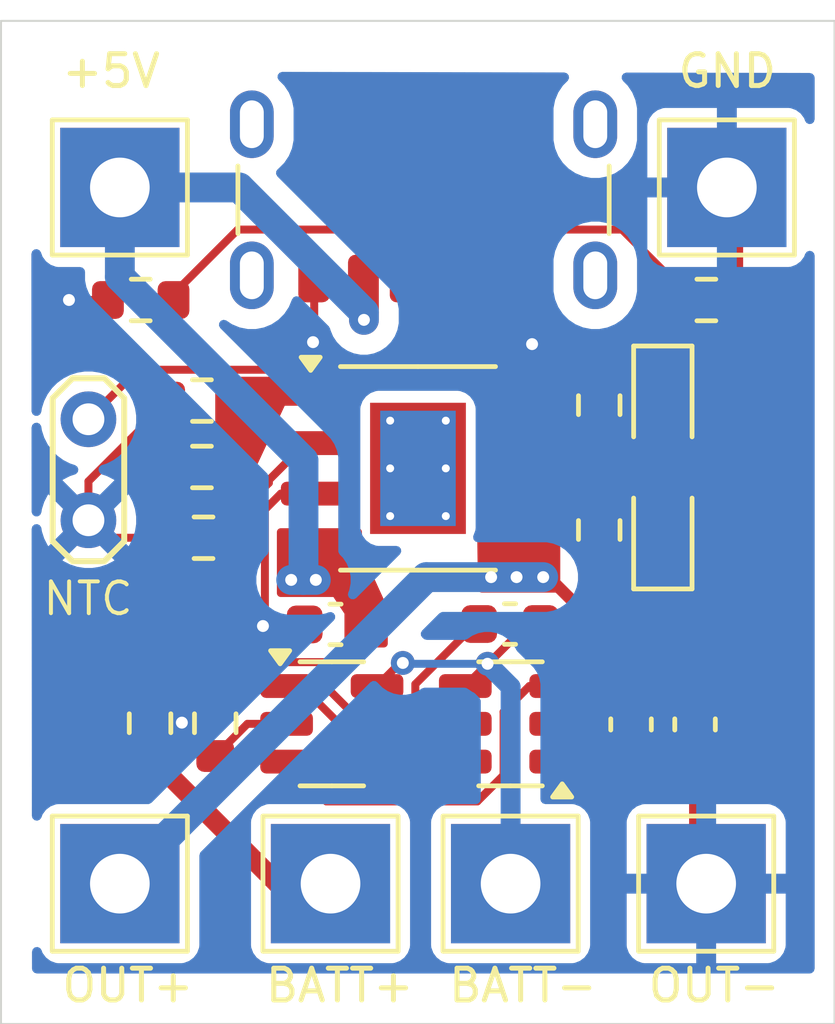
<source format=kicad_pcb>
(kicad_pcb (version 20241229) (generator "pcbnew") (generator_version "9.0")
  (layers (0 "F.Cu" signal) (2 "B.Cu" signal) (13 "F.Paste" user) (15 "B.Paste" user) (5 "F.SilkS" user "F.Silkscreen") (7 "B.SilkS" user "B.Silkscreen") (1 "F.Mask" user) (3 "B.Mask" user) (25 "Edge.Cuts" user))
  (net 0 "")
  (net 1 "+5V")
  (net 2 "GND")
  (net 3 "OUT+")
  (net 4 "Net-(U2-VCC)")
  (net 5 "BATT-")
  (net 6 "Net-(D1-K)")
  (net 7 "Net-(D2-K)")
  (net 8 "Net-(U1-~{STDBY})")
  (net 9 "Net-(U1-~{CHRG})")
  (net 10 "Net-(U1-PROG)")
  (net 11 "Net-(U1-TEMP)")
  (net 12 "Net-(U2-CS)")
  (net 13 "BATT+")
  (net 16 "OD")
  (net 17 "OC")
  (net 21 "Net-(J1-CC1)")
  (net 22 "Net-(J1-CC2)")
  (footprint "TestPoint:TestPoint_2Pads_Pitch2.54mm_Drill0.8mm" (layer "F.Cu") (at 119.23 97.79 -90)
    (property "Reference" "TH1" (hide yes))
    (property "Value" "Thermistor_NTC" (hide yes))
    (fp_line (start -0.53 0.9) (end -1.03 0.4) (stroke (width 0.15)) (layer "F.SilkS"))
    (fp_line (start 3.07 0.9) (end -0.53 0.9) (stroke (width 0.15)) (layer "F.SilkS"))
    (fp_line (start -1.03 0.4) (end -1.03 -0.4) (stroke (width 0.15)) (layer "F.SilkS"))
    (fp_line (start 3.57 0.4) (end 3.07 0.9) (stroke (width 0.15)) (layer "F.SilkS"))
    (fp_line (start -1.03 -0.4) (end -0.53 -0.9) (stroke (width 0.15)) (layer "F.SilkS"))
    (fp_line (start 3.57 -0.4) (end 3.57 0.4) (stroke (width 0.15)) (layer "F.SilkS"))
    (fp_line (start -0.53 -0.9) (end 3.07 -0.9) (stroke (width 0.15)) (layer "F.SilkS"))
    (fp_line (start 3.07 -0.9) (end 3.57 -0.4) (stroke (width 0.15)) (layer "F.SilkS"))
    (pad "1" thru_hole circle (at 0 0 270) (size 1.4 1.4) (drill 0.8) (layers "*.Cu" "*.Mask") (net 11 "Net-(U1-TEMP)"))
    (pad "2" thru_hole circle (at 2.54 0 270) (size 1.4 1.4) (drill 0.8) (layers "*.Cu" "*.Mask") (net 2 "GND"))
  )
  (footprint "TestPoint:TestPoint_THTPad_3.0x3.0mm_Drill1.5mm" (layer "F.Cu") (at 135.29 91.96)
    (property "Reference" "J6" (hide yes))
    (property "Value" "GND" (hide yes))
    (fp_line (start -1.7 -1.7) (end 1.7 -1.7) (stroke (width 0.12)) (layer "F.SilkS"))
    (fp_line (start -1.7 1.7) (end -1.7 -1.7) (stroke (width 0.12)) (layer "F.SilkS"))
    (fp_line (start 1.7 -1.7) (end 1.7 1.7) (stroke (width 0.12)) (layer "F.SilkS"))
    (fp_line (start 1.7 1.7) (end -1.7 1.7) (stroke (width 0.12)) (layer "F.SilkS"))
    (pad "1" thru_hole rect (at 0 0) (size 3 3) (drill 1.5) (layers "*.Cu" "*.Mask") (net 2 "GND"))
  )
  (footprint "Resistor_SMD:R_0603_1608Metric" (layer "F.Cu") (at 122.125 100.77 180)
    (property "Reference" "R3" (hide yes))
    (property "Value" "5k" (hide yes))
    (fp_line (start -0.237258 0.5225) (end 0.237258 0.5225) (stroke (width 0.12)) (layer "F.SilkS"))
    (fp_line (start -0.237258 -0.5225) (end 0.237258 -0.5225) (stroke (width 0.12)) (layer "F.SilkS"))
    (pad "1" smd roundrect (at -0.825 0 180) (size 0.8 0.95) (layers "F.Cu" "F.Mask" "F.Paste") (net 10 "Net-(U1-PROG)"))
    (pad "2" smd roundrect (at 0.825 0 180) (size 0.8 0.95) (layers "F.Cu" "F.Mask" "F.Paste") (net 2 "GND"))
  )
  (footprint "Resistor_SMD:R_0603_1608Metric" (layer "F.Cu") (at 122.085 98.99)
    (property "Reference" "R4" (hide yes))
    (property "Value" "5k" (hide yes))
    (fp_line (start -0.237258 -0.5225) (end 0.237258 -0.5225) (stroke (width 0.12)) (layer "F.SilkS"))
    (fp_line (start -0.237258 0.5225) (end 0.237258 0.5225) (stroke (width 0.12)) (layer "F.SilkS"))
    (pad "1" smd roundrect (at -0.825 0) (size 0.8 0.95) (layers "F.Cu" "F.Mask" "F.Paste") (net 1 "+5V"))
    (pad "2" smd roundrect (at 0.825 0) (size 0.8 0.95) (layers "F.Cu" "F.Mask" "F.Paste") (net 11 "Net-(U1-TEMP)"))
  )
  (footprint "TestPoint:TestPoint_THTPad_3.0x3.0mm_Drill1.5mm" (layer "F.Cu") (at 120.02 91.96)
    (property "Reference" "J2" (hide yes))
    (property "Value" "INPUT+" (hide yes))
    (fp_line (start -1.7 -1.7) (end 1.7 -1.7) (stroke (width 0.12)) (layer "F.SilkS"))
    (fp_line (start -1.7 1.7) (end -1.7 -1.7) (stroke (width 0.12)) (layer "F.SilkS"))
    (fp_line (start 1.7 -1.7) (end 1.7 1.7) (stroke (width 0.12)) (layer "F.SilkS"))
    (fp_line (start 1.7 1.7) (end -1.7 1.7) (stroke (width 0.12)) (layer "F.SilkS"))
    (pad "1" thru_hole rect (at 0 0) (size 3 3) (drill 1.5) (layers "*.Cu" "*.Mask") (net 1 "+5V"))
  )
  (footprint "Resistor_SMD:R_0603_1608Metric" (layer "F.Cu") (at 132.08 97.435 -90)
    (property "Reference" "R2" (hide yes))
    (property "Value" "1k" (hide yes))
    (fp_line (start -0.237258 0.5225) (end 0.237258 0.5225) (stroke (width 0.12)) (layer "F.SilkS"))
    (fp_line (start -0.237258 -0.5225) (end 0.237258 -0.5225) (stroke (width 0.12)) (layer "F.SilkS"))
    (pad "1" smd roundrect (at -0.825 0 270) (size 0.8 0.95) (layers "F.Cu" "F.Mask" "F.Paste") (net 6 "Net-(D1-K)"))
    (pad "2" smd roundrect (at 0.825 0 270) (size 0.8 0.95) (layers "F.Cu" "F.Mask" "F.Paste") (net 9 "Net-(U1-~{CHRG})"))
  )
  (footprint "Capacitor_SMD:C_0603_1608Metric" (layer "F.Cu") (at 132.88 105.465 -90)
    (property "Reference" "C2" (hide yes))
    (property "Value" "10u" (hide yes))
    (fp_line (start -0.14058 0.51) (end 0.14058 0.51) (stroke (width 0.12)) (layer "F.SilkS"))
    (fp_line (start -0.14058 -0.51) (end 0.14058 -0.51) (stroke (width 0.12)) (layer "F.SilkS"))
    (pad "1" smd roundrect (at -0.775 0 270) (size 0.9 0.95) (layers "F.Cu" "F.Mask" "F.Paste") (net 3 "OUT+"))
    (pad "2" smd roundrect (at 0.775 0 270) (size 0.9 0.95) (layers "F.Cu" "F.Mask" "F.Paste") (net 2 "GND"))
  )
  (footprint "Package_TO_SOT_SMD:SOT-23-6" (layer "F.Cu") (at 129.8475 105.45 180)
    (property "Reference" "U3" (hide yes))
    (property "Value" "FS8205A" (hide yes))
    (fp_line (start 0 1.56) (end 0.8 1.56) (stroke (width 0.12)) (layer "F.SilkS"))
    (fp_line (start 0 1.56) (end -0.8 1.56) (stroke (width 0.12)) (layer "F.SilkS"))
    (fp_line (start 0 -1.56) (end 0.8 -1.56) (stroke (width 0.12)) (layer "F.SilkS"))
    (fp_line (start 0 -1.56) (end -0.8 -1.56) (stroke (width 0.12)) (layer "F.SilkS"))
    (fp_poly (pts (xy -1.3 -1.51) (xy -1.54 -1.84) (xy -1.06 -1.84)) (stroke (width 0.12)) (fill yes) (layer "F.SilkS"))
    (pad "1" smd roundrect (at -1.1375 -0.95 180) (size 1.325 0.6) (layers "F.Cu" "F.Mask" "F.Paste") (net 2 "GND"))
    (pad "2" smd roundrect (at -1.1375 0 180) (size 1.325 0.6) (layers "F.Cu" "F.Mask" "F.Paste"))
    (pad "3" smd roundrect (at -1.1375 0.95 180) (size 1.325 0.6) (layers "F.Cu" "F.Mask" "F.Paste") (net 17 "OC"))
    (pad "4" smd roundrect (at 1.1375 0.95 180) (size 1.325 0.6) (layers "F.Cu" "F.Mask" "F.Paste") (net 5 "BATT-"))
    (pad "5" smd roundrect (at 1.1375 0 180) (size 1.325 0.6) (layers "F.Cu" "F.Mask" "F.Paste") (net 16 "OD"))
    (pad "6" smd roundrect (at 1.1375 -0.95 180) (size 1.325 0.6) (layers "F.Cu" "F.Mask" "F.Paste"))
  )
  (footprint "Resistor_SMD:R_0603_1608Metric" (layer "F.Cu") (at 120.78 105.435 90)
    (property "Reference" "R7" (hide yes))
    (property "Value" "100" (hide yes))
    (fp_line (start -0.237258 -0.5225) (end 0.237258 -0.5225) (stroke (width 0.12)) (layer "F.SilkS"))
    (fp_line (start -0.237258 0.5225) (end 0.237258 0.5225) (stroke (width 0.12)) (layer "F.SilkS"))
    (pad "1" smd roundrect (at -0.825 0 90) (size 0.8 0.95) (layers "F.Cu" "F.Mask" "F.Paste") (net 13 "BATT+"))
    (pad "2" smd roundrect (at 0.825 0 90) (size 0.8 0.95) (layers "F.Cu" "F.Mask" "F.Paste") (net 4 "Net-(U2-VCC)"))
  )
  (footprint "Resistor_SMD:R_0603_1608Metric" (layer "F.Cu") (at 132.08 100.575 90)
    (property "Reference" "R1" (hide yes))
    (property "Value" "1k" (hide yes))
    (fp_line (start -0.237258 -0.5225) (end 0.237258 -0.5225) (stroke (width 0.12)) (layer "F.SilkS"))
    (fp_line (start -0.237258 0.5225) (end 0.237258 0.5225) (stroke (width 0.12)) (layer "F.SilkS"))
    (pad "1" smd roundrect (at -0.825 0 90) (size 0.8 0.95) (layers "F.Cu" "F.Mask" "F.Paste") (net 7 "Net-(D2-K)"))
    (pad "2" smd roundrect (at 0.825 0 90) (size 0.8 0.95) (layers "F.Cu" "F.Mask" "F.Paste") (net 8 "Net-(U1-~{STDBY})"))
  )
  (footprint "TestPoint:TestPoint_THTPad_3.0x3.0mm_Drill1.5mm" (layer "F.Cu") (at 120.02 109.47)
    (property "Reference" "J3" (hide yes))
    (property "Value" "OUT+" (hide yes))
    (fp_line (start -1.7 -1.7) (end 1.7 -1.7) (stroke (width 0.12)) (layer "F.SilkS"))
    (fp_line (start -1.7 1.7) (end -1.7 -1.7) (stroke (width 0.12)) (layer "F.SilkS"))
    (fp_line (start 1.7 -1.7) (end 1.7 1.7) (stroke (width 0.12)) (layer "F.SilkS"))
    (fp_line (start 1.7 1.7) (end -1.7 1.7) (stroke (width 0.12)) (layer "F.SilkS"))
    (pad "1" thru_hole rect (at 0 0) (size 3 3) (drill 1.5) (layers "*.Cu" "*.Mask") (net 3 "OUT+"))
  )
  (footprint "Connector_USB:USB_C_Receptacle_GCT_USB4125-xx-x_6P_TopMnt_Horizontal" (layer "F.Cu") (at 127.66 91.17 180)
    (property "Reference" "J1" (hide yes))
    (property "Value" "USB_C_Receptacle_PowerOnly_6P" (hide yes))
    (fp_line (start 4.67 -0.25) (end 4.67 -1.95) (stroke (width 0.12)) (layer "F.SilkS"))
    (fp_line (start -4.67 -0.25) (end -4.67 -1.95) (stroke (width 0.12)) (layer "F.SilkS"))
    (pad "A5" smd roundrect (at -0.5 -3.08 180) (size 0.7 1.2) (layers "F.Cu" "F.Mask" "F.Paste") (net 21 "Net-(J1-CC1)"))
    (pad "A9" smd roundrect (at 1.52 -3.08) (size 0.76 1.2) (layers "F.Cu" "F.Mask" "F.Paste") (net 1 "+5V"))
    (pad "A12" smd roundrect (at 2.75 -3.08) (size 0.8 1.2) (layers "F.Cu" "F.Mask" "F.Paste") (net 2 "GND"))
    (pad "B5" smd roundrect (at 0.5 -3.08) (size 0.7 1.2) (layers "F.Cu" "F.Mask" "F.Paste") (net 22 "Net-(J1-CC2)"))
    (pad "B9" smd roundrect (at -1.52 -3.08 180) (size 0.76 1.2) (layers "F.Cu" "F.Mask" "F.Paste") (net 1 "+5V"))
    (pad "B12" smd roundrect (at -2.75 -3.08 180) (size 0.8 1.2) (layers "F.Cu" "F.Mask" "F.Paste") (net 2 "GND"))
    (pad "S1" thru_hole oval (at -4.32 -3 180) (size 1.1 1.7) (drill oval 0.6 1.2) (property pad_prop_heatsink) (layers "*.Cu" "*.Mask" "F.Paste"))
    (pad "S1" thru_hole oval (at -4.32 0.8 180) (size 1.1 1.7) (drill oval 0.6 1.2) (property pad_prop_heatsink) (layers "*.Cu" "*.Mask" "F.Paste"))
    (pad "S1" thru_hole oval (at 4.32 -3 180) (size 1.1 1.7) (drill oval 0.6 1.2) (property pad_prop_heatsink) (layers "*.Cu" "*.Mask" "F.Paste"))
    (pad "S1" thru_hole oval (at 4.32 0.8 180) (size 1.1 1.7) (drill oval 0.6 1.2) (property pad_prop_heatsink) (layers "*.Cu" "*.Mask" "F.Paste"))
  )
  (footprint "TestPoint:TestPoint_THTPad_3.0x3.0mm_Drill1.5mm" (layer "F.Cu") (at 125.32 109.47)
    (property "Reference" "J4" (hide yes))
    (property "Value" "BATT+" (hide yes))
    (fp_line (start -1.7 -1.7) (end 1.7 -1.7) (stroke (width 0.12)) (layer "F.SilkS"))
    (fp_line (start -1.7 1.7) (end -1.7 -1.7) (stroke (width 0.12)) (layer "F.SilkS"))
    (fp_line (start 1.7 -1.7) (end 1.7 1.7) (stroke (width 0.12)) (layer "F.SilkS"))
    (fp_line (start 1.7 1.7) (end -1.7 1.7) (stroke (width 0.12)) (layer "F.SilkS"))
    (pad "1" thru_hole rect (at 0 0) (size 3 3) (drill 1.5) (layers "*.Cu" "*.Mask") (net 13 "BATT+"))
  )
  (footprint "Resistor_SMD:R_0603_1608Metric" (layer "F.Cu") (at 122.42 105.435 90)
    (property "Reference" "R6" (hide yes))
    (property "Value" "1k" (hide yes))
    (fp_line (start -0.237258 -0.5225) (end 0.237258 -0.5225) (stroke (width 0.12)) (layer "F.SilkS"))
    (fp_line (start -0.237258 0.5225) (end 0.237258 0.5225) (stroke (width 0.12)) (layer "F.SilkS"))
    (pad "1" smd roundrect (at -0.825 0 90) (size 0.8 0.95) (layers "F.Cu" "F.Mask" "F.Paste") (net 12 "Net-(U2-CS)"))
    (pad "2" smd roundrect (at 0.825 0 90) (size 0.8 0.95) (layers "F.Cu" "F.Mask" "F.Paste") (net 2 "GND"))
  )
  (footprint "LED_SMD:LED_0603_1608Metric" (layer "F.Cu") (at 133.68 97.4325 -90)
    (property "Reference" "D1" (hide yes))
    (property "Value" "Red" (hide yes))
    (fp_line (start -1.485 0.735) (end 0.8 0.735) (stroke (width 0.12)) (layer "F.SilkS"))
    (fp_line (start -1.485 -0.735) (end -1.485 0.735) (stroke (width 0.12)) (layer "F.SilkS"))
    (fp_line (start 0.8 -0.735) (end -1.485 -0.735) (stroke (width 0.12)) (layer "F.SilkS"))
    (pad "1" smd roundrect (at -0.7875 0 270) (size 0.875 0.95) (layers "F.Cu" "F.Mask" "F.Paste") (net 6 "Net-(D1-K)"))
    (pad "2" smd roundrect (at 0.7875 0 270) (size 0.875 0.95) (layers "F.Cu" "F.Mask" "F.Paste") (net 1 "+5V"))
  )
  (footprint "Capacitor_SMD:C_0603_1608Metric" (layer "F.Cu") (at 125.445 102.95 180)
    (property "Reference" "C1" (hide yes))
    (property "Value" "0u1" (hide yes))
    (fp_line (start -0.14058 0.51) (end 0.14058 0.51) (stroke (width 0.12)) (layer "F.SilkS"))
    (fp_line (start -0.14058 -0.51) (end 0.14058 -0.51) (stroke (width 0.12)) (layer "F.SilkS"))
    (pad "1" smd roundrect (at -0.775 0 180) (size 0.9 0.95) (layers "F.Cu" "F.Mask" "F.Paste") (net 1 "+5V"))
    (pad "2" smd roundrect (at 0.775 0 180) (size 0.9 0.95) (layers "F.Cu" "F.Mask" "F.Paste") (net 2 "GND"))
  )
  (footprint "Resistor_SMD:R_0603_1608Metric" (layer "F.Cu") (at 134.775 94.79)
    (property "Reference" "R9" (hide yes))
    (property "Value" "5k1" (hide yes))
    (fp_line (start -0.237258 -0.5225) (end 0.237258 -0.5225) (stroke (width 0.12)) (layer "F.SilkS"))
    (fp_line (start -0.237258 0.5225) (end 0.237258 0.5225) (stroke (width 0.12)) (layer "F.SilkS"))
    (pad "1" smd roundrect (at -0.825 0) (size 0.8 0.95) (layers "F.Cu" "F.Mask" "F.Paste") (net 21 "Net-(J1-CC1)"))
    (pad "2" smd roundrect (at 0.825 0) (size 0.8 0.95) (layers "F.Cu" "F.Mask" "F.Paste") (net 2 "GND"))
  )
  (footprint "Capacitor_SMD:C_0603_1608Metric" (layer "F.Cu") (at 134.49 105.465 -90)
    (property "Reference" "C4" (hide yes))
    (property "Value" "10u" (hide yes))
    (fp_line (start -0.14058 0.51) (end 0.14058 0.51) (stroke (width 0.12)) (layer "F.SilkS"))
    (fp_line (start -0.14058 -0.51) (end 0.14058 -0.51) (stroke (width 0.12)) (layer "F.SilkS"))
    (pad "1" smd roundrect (at -0.775 0 270) (size 0.9 0.95) (layers "F.Cu" "F.Mask" "F.Paste") (net 3 "OUT+"))
    (pad "2" smd roundrect (at 0.775 0 270) (size 0.9 0.95) (layers "F.Cu" "F.Mask" "F.Paste") (net 2 "GND"))
  )
  (footprint "TestPoint:TestPoint_THTPad_3.0x3.0mm_Drill1.5mm" (layer "F.Cu") (at 134.77 109.47)
    (property "Reference" "J7" (hide yes))
    (property "Value" "GND" (hide yes))
    (fp_line (start -1.7 -1.7) (end 1.7 -1.7) (stroke (width 0.12)) (layer "F.SilkS"))
    (fp_line (start -1.7 1.7) (end -1.7 -1.7) (stroke (width 0.12)) (layer "F.SilkS"))
    (fp_line (start 1.7 -1.7) (end 1.7 1.7) (stroke (width 0.12)) (layer "F.SilkS"))
    (fp_line (start 1.7 1.7) (end -1.7 1.7) (stroke (width 0.12)) (layer "F.SilkS"))
    (pad "1" thru_hole rect (at 0 0) (size 3 3) (drill 1.5) (layers "*.Cu" "*.Mask") (net 2 "GND"))
  )
  (footprint "Resistor_SMD:R_0603_1608Metric" (layer "F.Cu") (at 120.545 94.79 180)
    (property "Reference" "R8" (hide yes))
    (property "Value" "5k1" (hide yes))
    (fp_line (start -0.237258 0.5225) (end 0.237258 0.5225) (stroke (width 0.12)) (layer "F.SilkS"))
    (fp_line (start -0.237258 -0.5225) (end 0.237258 -0.5225) (stroke (width 0.12)) (layer "F.SilkS"))
    (pad "1" smd roundrect (at -0.825 0 180) (size 0.8 0.95) (layers "F.Cu" "F.Mask" "F.Paste") (net 22 "Net-(J1-CC2)"))
    (pad "2" smd roundrect (at 0.825 0 180) (size 0.8 0.95) (layers "F.Cu" "F.Mask" "F.Paste") (net 2 "GND"))
  )
  (footprint "Capacitor_SMD:C_0603_1608Metric" (layer "F.Cu") (at 129.835 102.94)
    (property "Reference" "C3" (hide yes))
    (property "Value" "0u1" (hide yes))
    (fp_line (start -0.14058 -0.51) (end 0.14058 -0.51) (stroke (width 0.12)) (layer "F.SilkS"))
    (fp_line (start -0.14058 0.51) (end 0.14058 0.51) (stroke (width 0.12)) (layer "F.SilkS"))
    (pad "1" smd roundrect (at -0.775 0) (size 0.9 0.95) (layers "F.Cu" "F.Mask" "F.Paste") (net 4 "Net-(U2-VCC)"))
    (pad "2" smd roundrect (at 0.775 0) (size 0.9 0.95) (layers "F.Cu" "F.Mask" "F.Paste") (net 5 "BATT-"))
  )
  (footprint "Package_SO:SOIC-8-1EP_3.9x4.9mm_P1.27mm_EP2.41x3.3mm_ThermalVias" (layer "F.Cu") (at 127.52 99.025)
    (property "Reference" "U1" (hide yes))
    (property "Value" "TP4056-42-ESOP8" (hide yes))
    (fp_line (start 0 -2.56) (end -1.95 -2.56) (stroke (width 0.12)) (layer "F.SilkS"))
    (fp_line (start 0 -2.56) (end 1.95 -2.56) (stroke (width 0.12)) (layer "F.SilkS"))
    (fp_line (start 0 2.56) (end -1.95 2.56) (stroke (width 0.12)) (layer "F.SilkS"))
    (fp_line (start 0 2.56) (end 1.95 2.56) (stroke (width 0.12)) (layer "F.SilkS"))
    (fp_poly (pts (xy -2.7 -2.465) (xy -2.94 -2.795) (xy -2.46 -2.795)) (stroke (width 0.12)) (fill yes) (layer "F.SilkS"))
    (pad "1" smd roundrect (at -2.475 -1.905) (size 1.95 0.6) (layers "F.Cu" "F.Mask" "F.Paste") (net 11 "Net-(U1-TEMP)"))
    (pad "2" smd roundrect (at -2.475 -0.635) (size 1.95 0.6) (layers "F.Cu" "F.Mask" "F.Paste") (net 10 "Net-(U1-PROG)"))
    (pad "3" smd roundrect (at -2.475 0.635) (size 1.95 0.6) (layers "F.Cu" "F.Mask" "F.Paste") (net 2 "GND"))
    (pad "4" smd roundrect (at -2.475 1.905) (size 1.95 0.6) (layers "F.Cu" "F.Mask" "F.Paste") (net 1 "+5V"))
    (pad "5" smd roundrect (at 2.475 1.905) (size 1.95 0.6) (layers "F.Cu" "F.Mask" "F.Paste") (net 3 "OUT+"))
    (pad "6" smd roundrect (at 2.475 0.635) (size 1.95 0.6) (layers "F.Cu" "F.Mask" "F.Paste") (net 8 "Net-(U1-~{STDBY})"))
    (pad "7" smd roundrect (at 2.475 -0.635) (size 1.95 0.6) (layers "F.Cu" "F.Mask" "F.Paste") (net 9 "Net-(U1-~{CHRG})"))
    (pad "8" smd roundrect (at 2.475 -1.905) (size 1.95 0.6) (layers "F.Cu" "F.Mask" "F.Paste") (net 1 "+5V"))
    (pad "9" thru_hole circle (at -0.7 -1.2) (size 0.5 0.5) (drill 0.2) (property pad_prop_heatsink) (layers "*.Cu"))
    (pad "9" thru_hole circle (at -0.7 0) (size 0.5 0.5) (drill 0.2) (property pad_prop_heatsink) (layers "*.Cu"))
    (pad "9" thru_hole circle (at -0.7 1.2) (size 0.5 0.5) (drill 0.2) (property pad_prop_heatsink) (layers "*.Cu"))
    (pad "9" smd rect (at 0 0) (size 1.9 2.9) (property pad_prop_heatsink) (layers "B.Cu"))
    (pad "9" smd rect (at 0 0) (size 2.41 3.3) (property pad_prop_heatsink) (layers "F.Cu" "F.Mask"))
    (pad "9" thru_hole circle (at 0.7 -1.2) (size 0.5 0.5) (drill 0.2) (property pad_prop_heatsink) (layers "*.Cu"))
    (pad "9" thru_hole circle (at 0.7 0) (size 0.5 0.5) (drill 0.2) (property pad_prop_heatsink) (layers "*.Cu"))
    (pad "9" thru_hole circle (at 0.7 1.2) (size 0.5 0.5) (drill 0.2) (property pad_prop_heatsink) (layers "*.Cu"))
  )
  (footprint "Resistor_SMD:R_0603_1608Metric" (layer "F.Cu") (at 122.085 97.32 180)
    (property "Reference" "R5" (hide yes))
    (property "Value" "10k" (hide yes))
    (fp_line (start -0.237258 0.5225) (end 0.237258 0.5225) (stroke (width 0.12)) (layer "F.SilkS"))
    (fp_line (start -0.237258 -0.5225) (end 0.237258 -0.5225) (stroke (width 0.12)) (layer "F.SilkS"))
    (pad "1" smd roundrect (at -0.825 0 180) (size 0.8 0.95) (layers "F.Cu" "F.Mask" "F.Paste") (net 11 "Net-(U1-TEMP)"))
    (pad "2" smd roundrect (at 0.825 0 180) (size 0.8 0.95) (layers "F.Cu" "F.Mask" "F.Paste") (net 2 "GND"))
  )
  (footprint "LED_SMD:LED_0603_1608Metric" (layer "F.Cu") (at 133.68 100.5725 90)
    (property "Reference" "D2" (hide yes))
    (property "Value" "Green" (hide yes))
    (fp_line (start 0.8 -0.735) (end -1.485 -0.735) (stroke (width 0.12)) (layer "F.SilkS"))
    (fp_line (start -1.485 -0.735) (end -1.485 0.735) (stroke (width 0.12)) (layer "F.SilkS"))
    (fp_line (start -1.485 0.735) (end 0.8 0.735) (stroke (width 0.12)) (layer "F.SilkS"))
    (pad "1" smd roundrect (at -0.7875 0 90) (size 0.875 0.95) (layers "F.Cu" "F.Mask" "F.Paste") (net 7 "Net-(D2-K)"))
    (pad "2" smd roundrect (at 0.7875 0 90) (size 0.875 0.95) (layers "F.Cu" "F.Mask" "F.Paste") (net 1 "+5V"))
  )
  (footprint "Package_TO_SOT_SMD:SOT-23-6" (layer "F.Cu") (at 125.3525 105.45)
    (property "Reference" "U2" (hide yes))
    (property "Value" "DW01A" (hide yes))
    (fp_line (start 0 -1.56) (end -0.8 -1.56) (stroke (width 0.12)) (layer "F.SilkS"))
    (fp_line (start 0 -1.56) (end 0.8 -1.56) (stroke (width 0.12)) (layer "F.SilkS"))
    (fp_line (start 0 1.56) (end -0.8 1.56) (stroke (width 0.12)) (layer "F.SilkS"))
    (fp_line (start 0 1.56) (end 0.8 1.56) (stroke (width 0.12)) (layer "F.SilkS"))
    (fp_poly (pts (xy -1.3 -1.51) (xy -1.54 -1.84) (xy -1.06 -1.84)) (stroke (width 0.12)) (fill yes) (layer "F.SilkS"))
    (pad "1" smd roundrect (at -1.1375 -0.95) (size 1.325 0.6) (layers "F.Cu" "F.Mask" "F.Paste") (net 16 "OD"))
    (pad "2" smd roundrect (at -1.1375 0) (size 1.325 0.6) (layers "F.Cu" "F.Mask" "F.Paste") (net 12 "Net-(U2-CS)"))
    (pad "3" smd roundrect (at -1.1375 0.95) (size 1.325 0.6) (layers "F.Cu" "F.Mask" "F.Paste") (net 17 "OC"))
    (pad "4" smd roundrect (at 1.1375 0.95) (size 1.325 0.6) (layers "F.Cu" "F.Mask" "F.Paste"))
    (pad "5" smd roundrect (at 1.1375 0) (size 1.325 0.6) (layers "F.Cu" "F.Mask" "F.Paste") (net 4 "Net-(U2-VCC)"))
    (pad "6" smd roundrect (at 1.1375 -0.95) (size 1.325 0.6) (layers "F.Cu" "F.Mask" "F.Paste") (net 5 "BATT-"))
  )
  (footprint "TestPoint:TestPoint_THTPad_3.0x3.0mm_Drill1.5mm" (layer "F.Cu") (at 129.85 109.47)
    (property "Reference" "J5" (hide yes))
    (property "Value" "BATT-" (hide yes))
    (fp_line (start -1.7 -1.7) (end 1.7 -1.7) (stroke (width 0.12)) (layer "F.SilkS"))
    (fp_line (start -1.7 1.7) (end -1.7 -1.7) (stroke (width 0.12)) (layer "F.SilkS"))
    (fp_line (start 1.7 -1.7) (end 1.7 1.7) (stroke (width 0.12)) (layer "F.SilkS"))
    (fp_line (start 1.7 1.7) (end -1.7 1.7) (stroke (width 0.12)) (layer "F.SilkS"))
    (pad "1" thru_hole rect (at 0 0) (size 3 3) (drill 1.5) (layers "*.Cu" "*.Mask") (net 5 "BATT-"))
  )
  (gr_poly (pts (xy 125.77 102.65) (xy 125.77 103.43) (xy 126.66 103.43) (xy 126.66 102.56) (xy 126.02 101.16) (xy 126.01 100.64) (xy 126.01 100.63) (xy 124.07 100.63) (xy 124.07 102.16) (xy 125.445 102.16)) (stroke (width 0.2)) (fill yes) (layer "F.Cu") (net 1))
  (gr_poly (pts (xy 131 102.05) (xy 129.1286 102.05) (xy 129.109999 100.72) (xy 131 100.72)) (stroke (width 0.2)) (fill yes) (layer "F.Cu") (net 3))
  (gr_poly (pts (xy 125.93 96.82) (xy 122.52 96.82) (xy 122.52 99.46) (xy 123.12152 99.46) (xy 124.104118 97.35) (xy 125.93 97.35)) (stroke (width 0.2)) (fill yes) (layer "F.Cu") (net 11))
  (gr_rect (start 117.03 87.77) (end 138 113) (stroke (width 0.05)) (fill no) (layer "Edge.Cuts"))
  (gr_text "NTC" (at 118.03 102.77 0) (layer "F.SilkS") (effects (font (size 0.8 0.8) (thickness 0.1)) (justify left bottom)))
  (gr_text "BATT+" (at 123.62 112.5 0) (layer "F.SilkS") (effects (font (size 0.8 0.8) (thickness 0.125) (bold yes)) (justify left bottom)))
  (gr_text "OUT-" (at 133.25 112.5 0) (layer "F.SilkS") (effects (font (size 0.8 0.8) (thickness 0.125) (bold yes)) (justify left bottom)))
  (gr_text "+5V" (at 118.5 89.5 0) (layer "F.SilkS") (effects (font (size 0.8 0.8) (thickness 0.125) (bold yes)) (justify left bottom)))
  (gr_text "BATT-" (at 128.23 112.5 0) (layer "F.SilkS") (effects (font (size 0.8 0.8) (thickness 0.125) (bold yes)) (justify left bottom)))
  (gr_text "GND" (at 134 89.5 0) (layer "F.SilkS") (effects (font (size 0.8 0.8) (thickness 0.125) (bold yes)) (justify left bottom)))
  (gr_text "OUT+" (at 118.5 112.5 0) (layer "F.SilkS") (effects (font (size 0.8 0.8) (thickness 0.125) (bold yes)) (justify left bottom)))
  (segment (start 133.68 98.22) (end 132.969 97.509) (width 0.3) (layer "F.Cu") (net 1))
  (segment (start 126.16 94.27) (end 126.14 94.25) (width 0.75) (layer "F.Cu") (net 1))
  (segment (start 130.384 97.509) (end 129.995 97.12) (width 0.3) (layer "F.Cu") (net 1))
  (segment (start 129.18 94.25) (end 129.18 96.305) (width 0.5) (layer "F.Cu") (net 1))
  (segment (start 129.18 96.305) (end 129.995 97.12) (width 0.5) (layer "F.Cu") (net 1))
  (segment (start 133.68 99.785) (end 133.68 98.22) (width 0.3) (layer "F.Cu") (net 1))
  (segment (start 126.16 95.29) (end 126.16 94.27) (width 0.75) (layer "F.Cu") (net 1))
  (segment (start 132.969 97.509) (end 130.384 97.509) (width 0.3) (layer "F.Cu") (net 1))
  (via (at 126.16 95.29) (size 0.6) (drill 0.3) (layers "F.Cu" "B.Cu") (net 1))
  (via (at 124.95 101.83) (size 0.6) (drill 0.3) (layers "F.Cu" "B.Cu") (net 1))
  (via (at 124.33 101.83) (size 0.6) (drill 0.3) (layers "F.Cu" "B.Cu") (net 1))
  (segment (start 123.022404 91.96) (end 126.16 95.097596) (width 0.75) (layer "B.Cu") (net 1))
  (segment (start 120.02 91.96) (end 120.02 94.21) (width 0.75) (layer "B.Cu") (net 1))
  (segment (start 124.64 101.83) (end 124.33 101.83) (width 0.75) (layer "B.Cu") (net 1))
  (segment (start 124.64 98.83) (end 124.64 101.83) (width 0.75) (layer "B.Cu") (net 1))
  (segment (start 120.02 91.96) (end 123.022404 91.96) (width 0.75) (layer "B.Cu") (net 1))
  (segment (start 124.95 101.83) (end 124.64 101.83) (width 0.75) (layer "B.Cu") (net 1))
  (segment (start 126.16 95.097596) (end 126.16 95.29) (width 0.75) (layer "B.Cu") (net 1))
  (segment (start 120.02 94.21) (end 124.64 98.83) (width 0.75) (layer "B.Cu") (net 1))
  (segment (start 123.669 100.061001) (end 123.669 102.941) (width 0.2) (layer "F.Cu") (net 2))
  (segment (start 134.49 109.19) (end 134.77 109.47) (width 0.3) (layer "F.Cu") (net 2))
  (segment (start 134.49 106.24) (end 134.49 109.19) (width 0.3) (layer "F.Cu") (net 2))
  (segment (start 130.985 106.4) (end 134.33 106.4) (width 0.3) (layer "F.Cu") (net 2))
  (segment (start 124.67 102.95) (end 123.66 102.95) (width 0.3) (layer "F.Cu") (net 2))
  (segment (start 135.6 92.27) (end 135.29 91.96) (width 0.2) (layer "F.Cu") (net 2))
  (segment (start 119.23 99.35) (end 119.23 100.33) (width 0.2) (layer "F.Cu") (net 2))
  (segment (start 124.91 95.82) (end 124.88 95.85) (width 0.2) (layer "F.Cu") (net 2))
  (segment (start 119.67 100.77) (end 119.23 100.33) (width 0.2) (layer "F.Cu") (net 2))
  (segment (start 121.26 97.32) (end 119.23 99.35) (width 0.2) (layer "F.Cu") (net 2))
  (segment (start 124.91 94.25) (end 124.91 95.82) (width 0.2) (layer "F.Cu") (net 2))
  (segment (start 124.070001 99.66) (end 123.669 100.061001) (width 0.2) (layer "F.Cu") (net 2))
  (segment (start 122.42 104.61) (end 122.39 104.61) (width 0.3) (layer "F.Cu") (net 2))
  (segment (start 121.3 100.77) (end 119.67 100.77) (width 0.2) (layer "F.Cu") (net 2))
  (segment (start 123.669 102.941) (end 123.62 102.99) (width 0.2) (layer "F.Cu") (net 2))
  (segment (start 122.39 104.61) (end 121.58 105.42) (width 0.3) (layer "F.Cu") (net 2))
  (segment (start 135.6 94.79) (end 135.6 92.27) (width 0.2) (layer "F.Cu") (net 2))
  (segment (start 130.41 95.88) (end 130.39 95.9) (width 0.2) (layer "F.Cu") (net 2))
  (segment (start 134.33 106.4) (end 134.49 106.24) (width 0.3) (layer "F.Cu") (net 2))
  (segment (start 125.045 99.66) (end 124.070001 99.66) (width 0.2) (layer "F.Cu") (net 2))
  (segment (start 119.72 94.79) (end 118.74 94.79) (width 0.2) (layer "F.Cu") (net 2))
  (segment (start 123.66 102.95) (end 123.62 102.99) (width 0.3) (layer "F.Cu") (net 2))
  (segment (start 130.41 94.25) (end 130.41 95.88) (width 0.2) (layer "F.Cu") (net 2))
  (via (at 124.88 95.85) (size 0.6) (drill 0.3) (layers "F.Cu" "B.Cu") (net 2))
  (via (at 123.62 102.99) (size 0.6) (drill 0.3) (layers "F.Cu" "B.Cu") (net 2))
  (via (at 121.58 105.42) (size 0.6) (drill 0.3) (layers "F.Cu" "B.Cu") (net 2))
  (via (at 130.39 95.9) (size 0.6) (drill 0.3) (layers "F.Cu" "B.Cu") (net 2))
  (via (at 118.74 94.79) (size 0.6) (drill 0.3) (layers "F.Cu" "B.Cu") (net 2))
  (segment (start 132.88 103.834178) (end 130.805822 101.76) (width 0.3) (layer "F.Cu") (net 3))
  (segment (start 134.49 104.69) (end 132.88 104.69) (width 0.3) (layer "F.Cu") (net 3))
  (segment (start 130.805822 101.76) (end 130.67 101.76) (width 0.3) (layer "F.Cu") (net 3))
  (segment (start 132.88 104.69) (end 132.88 103.834178) (width 0.3) (layer "F.Cu") (net 3))
  (via (at 130 101.76) (size 0.6) (drill 0.3) (layers "F.Cu" "B.Cu") (net 3))
  (via (at 130.67 101.76) (size 0.6) (drill 0.3) (layers "F.Cu" "B.Cu") (net 3))
  (via (at 129.36 101.76) (size 0.6) (drill 0.3) (layers "F.Cu" "B.Cu") (net 3))
  (segment (start 127.73 101.76) (end 130.67 101.76) (width 0.75) (layer "B.Cu") (net 3))
  (segment (start 120.02 109.47) (end 127.73 101.76) (width 0.75) (layer "B.Cu") (net 3))
  (segment (start 125.266468 104.580936) (end 126.135532 105.45) (width 0.2) (layer "F.Cu") (net 4))
  (segment (start 125.266468 103.899) (end 125.266468 104.580936) (width 0.2) (layer "F.Cu") (net 4))
  (segment (start 129.04 102.84) (end 129.04 102.865532) (width 0.2) (layer "F.Cu") (net 4))
  (segment (start 127.4535 105.148999) (end 127.152499 105.45) (width 0.2) (layer "F.Cu") (net 4))
  (segment (start 127.4535 104.452032) (end 127.4535 105.148999) (width 0.2) (layer "F.Cu") (net 4))
  (segment (start 127.152499 105.45) (end 126.49 105.45) (width 0.2) (layer "F.Cu") (net 4))
  (segment (start 126.135532 105.45) (end 126.49 105.45) (width 0.2) (layer "F.Cu") (net 4))
  (segment (start 129.04 102.865532) (end 127.4535 104.452032) (width 0.2) (layer "F.Cu") (net 4))
  (segment (start 121.491 103.899) (end 125.266468 103.899) (width 0.2) (layer "F.Cu") (net 4))
  (segment (start 120.78 104.61) (end 121.491 103.899) (width 0.2) (layer "F.Cu") (net 4))
  (segment (start 129.285 103.94) (end 130.385 102.84) (width 0.2) (layer "F.Cu") (net 5))
  (segment (start 130.385 102.84) (end 130.59 102.84) (width 0.2) (layer "F.Cu") (net 5))
  (segment (start 129.27 103.94) (end 129.285 103.94) (width 0.2) (layer "F.Cu") (net 5))
  (segment (start 127.138501 103.918501) (end 127.071499 103.918501) (width 0.2) (layer "F.Cu") (net 5))
  (segment (start 128.71 104.5) (end 129.27 103.94) (width 0.2) (layer "F.Cu") (net 5))
  (segment (start 127.071499 103.918501) (end 126.49 104.5) (width 0.2) (layer "F.Cu") (net 5))
  (via (at 127.138501 103.918501) (size 0.6) (drill 0.3) (layers "F.Cu" "B.Cu") (net 5))
  (via (at 129.27 103.94) (size 0.6) (drill 0.3) (layers "F.Cu" "B.Cu") (net 5))
  (segment (start 129.27 103.94) (end 127.16 103.94) (width 0.2) (layer "B.Cu") (net 5))
  (segment (start 127.16 103.94) (end 127.138501 103.918501) (width 0.2) (layer "B.Cu") (net 5))
  (segment (start 129.85 109.47) (end 129.85 104.52) (width 0.5) (layer "B.Cu") (net 5))
  (segment (start 129.85 104.52) (end 129.27 103.94) (width 0.5) (layer "B.Cu") (net 5))
  (segment (start 132.08 96.61) (end 133.645 96.61) (width 0.2) (layer "F.Cu") (net 6))
  (segment (start 133.645 96.61) (end 133.68 96.645) (width 0.2) (layer "F.Cu") (net 6))
  (segment (start 133.64 101.4) (end 133.68 101.36) (width 0.2) (layer "F.Cu") (net 7))
  (segment (start 132.08 101.4) (end 133.64 101.4) (width 0.2) (layer "F.Cu") (net 7))
  (segment (start 129.995 99.66) (end 131.99 99.66) (width 0.2) (layer "F.Cu") (net 8))
  (segment (start 131.99 99.66) (end 132.08 99.75) (width 0.2) (layer "F.Cu") (net 8))
  (segment (start 131.95 98.39) (end 132.08 98.26) (width 0.2) (layer "F.Cu") (net 9))
  (segment (start 129.995 98.39) (end 131.95 98.39) (width 0.2) (layer "F.Cu") (net 9))
  (segment (start 125.045 98.39) (end 124.698032 98.39) (width 0.2) (layer "F.Cu") (net 10))
  (segment (start 122.95 100.21) (end 122.95 100.77) (width 0.2) (layer "F.Cu") (net 10))
  (segment (start 124.698032 98.39) (end 123.769 99.319032) (width 0.2) (layer "F.Cu") (net 10))
  (segment (start 123.769 99.391) (end 122.95 100.21) (width 0.2) (layer "F.Cu") (net 10))
  (segment (start 123.769 99.319032) (end 123.769 99.391) (width 0.2) (layer "F.Cu") (net 10))
  (segment (start 119.23 97.79) (end 120.476 96.544) (width 0.2) (layer "F.Cu") (net 11))
  (segment (start 124.469 96.544) (end 125.045 97.12) (width 0.2) (layer "F.Cu") (net 11))
  (segment (start 120.476 96.544) (end 124.469 96.544) (width 0.2) (layer "F.Cu") (net 11))
  (segment (start 124.215 105.45) (end 123.23 105.45) (width 0.2) (layer "F.Cu") (net 12))
  (segment (start 123.23 105.45) (end 122.42 106.26) (width 0.2) (layer "F.Cu") (net 12))
  (segment (start 120.78 106.26) (end 123.99 109.47) (width 0.5) (layer "F.Cu") (net 13))
  (segment (start 123.99 109.47) (end 125.32 109.47) (width 0.5) (layer "F.Cu") (net 13))
  (segment (start 127.486468 106.319064) (end 128.355532 105.45) (width 0.2) (layer "F.Cu") (net 16))
  (segment (start 124.59 104.5) (end 125.5265 105.4365) (width 0.2) (layer "F.Cu") (net 16))
  (segment (start 127.486468 107.001) (end 127.486468 106.319064) (width 0.2) (layer "F.Cu") (net 16))
  (segment (start 128.355532 105.45) (end 128.71 105.45) (width 0.2) (layer "F.Cu") (net 16))
  (segment (start 125.5265 105.4365) (end 125.5265 106.740968) (width 0.2) (layer "F.Cu") (net 16))
  (segment (start 125.5265 106.740968) (end 125.786532 107.001) (width 0.2) (layer "F.Cu") (net 16))
  (segment (start 125.786532 107.001) (end 127.486468 107.001) (width 0.2) (layer "F.Cu") (net 16))
  (segment (start 124.215 104.5) (end 124.59 104.5) (width 0.2) (layer "F.Cu") (net 16))
  (segment (start 129.012468 107.402) (end 125.217 107.402) (width 0.2) (layer "F.Cu") (net 17))
  (segment (start 125.217 107.402) (end 124.215 106.4) (width 0.2) (layer "F.Cu") (net 17))
  (segment (start 130.322501 104.5) (end 129.6735 105.149001) (width 0.2) (layer "F.Cu") (net 17))
  (segment (start 129.6735 106.740968) (end 129.012468 107.402) (width 0.2) (layer "F.Cu") (net 17))
  (segment (start 129.6735 105.149001) (end 129.6735 106.740968) (width 0.2) (layer "F.Cu") (net 17))
  (segment (start 130.985 104.5) (end 130.322501 104.5) (width 0.2) (layer "F.Cu") (net 17))
  (segment (start 133.95 94.315) (end 133.95 94.79) (width 0.2) (layer "F.Cu") (net 21))
  (segment (start 132.654 93.019) (end 133.95 94.315) (width 0.2) (layer "F.Cu") (net 21))
  (segment (start 128.791 93.019) (end 132.654 93.019) (width 0.2) (layer "F.Cu") (net 21))
  (segment (start 128.16 94.25) (end 128.16 93.65) (width 0.2) (layer "F.Cu") (net 21))
  (segment (start 128.16 93.65) (end 128.791 93.019) (width 0.2) (layer "F.Cu") (net 21))
  (segment (start 121.37 94.636504) (end 122.987504 93.019) (width 0.2) (layer "F.Cu") (net 22))
  (segment (start 126.529 93.019) (end 127.16 93.65) (width 0.2) (layer "F.Cu") (net 22))
  (segment (start 127.16 93.65) (end 127.16 94.25) (width 0.2) (layer "F.Cu") (net 22))
  (segment (start 121.37 94.79) (end 121.37 94.636504) (width 0.2) (layer "F.Cu") (net 22))
  (segment (start 122.987504 93.019) (end 126.529 93.019) (width 0.2) (layer "F.Cu") (net 22))
  (zone (net 2) (net_name "GND") (layer "B.Cu") (connect_pads (clearance 0.5)) (min_thickness 0.25) (fill yes (thermal_gap 0.5) (thermal_bridge_width 0.5))
    (polygon (pts (xy 137.54 89.08) (xy 117.79 89.04) (xy 117.81 111.73) (xy 137.52 111.73) (xy 137.62 89.08)))
  )
)
</source>
